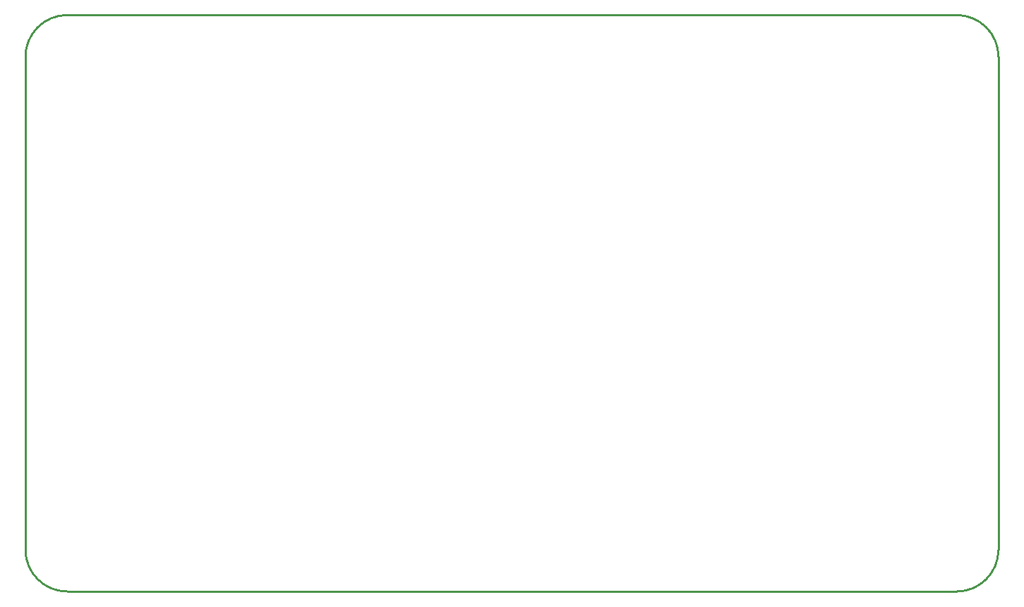
<source format=gko>
G04 Layer: BoardOutlineLayer*
G04 EasyEDA v6.5.51, 2025-09-06 07:05:30*
G04 62973c2a91a8465ca14b7521446b148e,ed13e26d4d8d426092ec29dadd734ac4,10*
G04 Gerber Generator version 0.2*
G04 Scale: 100 percent, Rotated: No, Reflected: No *
G04 Dimensions in millimeters *
G04 leading zeros omitted , absolute positions ,4 integer and 5 decimal *
%FSLAX45Y45*%
%MOMM*%

%ADD10C,0.2540*%
%ADD11C,0.0149*%
D10*
X4592990Y-3406292D02*
G01*
X4592990Y2499995D01*
X15750268Y-3906291D02*
G01*
X5092989Y-3906291D01*
X16250267Y2499995D02*
G01*
X16250267Y-3406292D01*
X5092989Y2999994D02*
G01*
X15750268Y2999994D01*
G75*
G01*
X15750268Y2999994D02*
G02*
X16250267Y2499995I0J-499999D01*
G75*
G01*
X16250267Y-3406293D02*
G02*
X15750268Y-3906291I-499999J1D01*
G75*
G01*
X5092990Y-3906291D02*
G02*
X4592991Y-3406293I0J499999D01*
G75*
G01*
X4592991Y2499995D02*
G02*
X5092990Y2999994I499999J0D01*

%LPD*%
M02*

</source>
